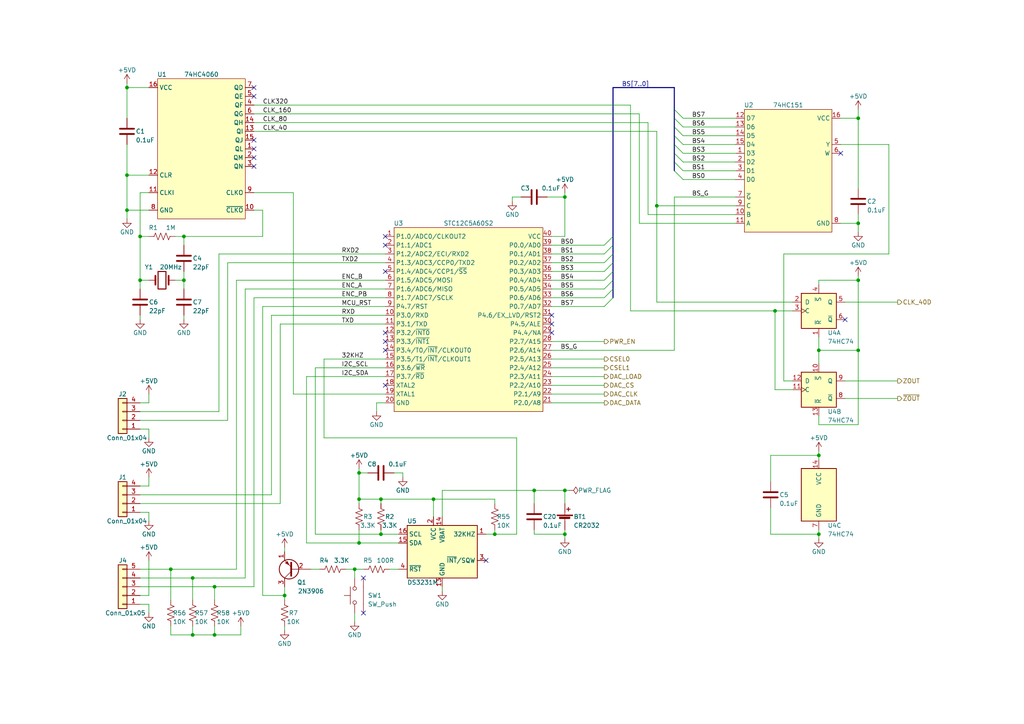
<source format=kicad_sch>
(kicad_sch (version 20231120) (generator "eeschema") (generator_version "8.0")
  (paper "A4")
  (title_block (title "MCU") (date "2022-07-29") (rev "1.0"))
  (lib_symbols
    (symbol "74xx:74HC74" (pin_names (offset 1.016))
      (property "Reference" "U" (at -7.62 8.89 0))
      (property "Value" "74HC74" (at -7.62 -8.89 0))
      (symbol "74HC74_1_0"
        (pin input line (at 0 -7.62 90) (length 2.54) (name "~{R}") (number "1"))
        (pin input line (at -7.62 2.54 0) (length 2.54) (name "D") (number "2"))
        (pin input clock (at -7.62 0 0) (length 2.54) (name "C") (number "3"))
        (pin input line (at 0 7.62 270) (length 2.54) (name "~{S}") (number "4"))
        (pin output line (at 7.62 2.54 180) (length 2.54) (name "Q") (number "5"))
        (pin output line (at 7.62 -2.54 180) (length 2.54) (name "~{Q}") (number "6"))
      )
      (symbol "74HC74_1_1"
        (rectangle (start -5.08 5.08) (end 5.08 -5.08) (stroke (width 0.254)) (fill (type background)))
      )
      (symbol "74HC74_2_0"
        (pin input line (at 0 7.62 270) (length 2.54) (name "~{S}") (number "10"))
        (pin input clock (at -7.62 0 0) (length 2.54) (name "C") (number "11"))
        (pin input line (at -7.62 2.54 0) (length 2.54) (name "D") (number "12"))
        (pin input line (at 0 -7.62 90) (length 2.54) (name "~{R}") (number "13"))
        (pin output line (at 7.62 -2.54 180) (length 2.54) (name "~{Q}") (number "8"))
        (pin output line (at 7.62 2.54 180) (length 2.54) (name "Q") (number "9"))
      )
      (symbol "74HC74_2_1"
        (rectangle (start -5.08 5.08) (end 5.08 -5.08) (stroke (width 0.254)) (fill (type background)))
      )
      (symbol "74HC74_3_0"
        (pin power_in line (at 0 10.16 270) (length 2.54) (name "VCC") (number "14"))
        (pin power_in line (at 0 -10.16 90) (length 2.54) (name "GND") (number "7"))
      )
      (symbol "74HC74_3_1"
        (rectangle (start -5.08 7.62) (end 5.08 -7.62) (stroke (width 0.254)) (fill (type background)))
      )
    )
    (symbol "Connector_Generic:Conn_01x04" (pin_names (offset 1.016) hide)
      (property "Reference" "J" (at 0 5.08 0))
      (property "Value" "Conn_01x04" (at 0 -7.62 0))
      (symbol "Conn_01x04_1_1"
        (rectangle (start -1.27 -4.953) (end 0 -5.207) (stroke (width 0.1524)))
        (rectangle (start -1.27 -2.413) (end 0 -2.667) (stroke (width 0.1524)))
        (rectangle (start -1.27 0.127) (end 0 -0.127) (stroke (width 0.1524)))
        (rectangle (start -1.27 2.667) (end 0 2.413) (stroke (width 0.1524)))
        (rectangle (start -1.27 3.81) (end 1.27 -6.35) (stroke (width 0.254)) (fill (type background)))
        (pin passive line (at -5.08 2.54 0) (length 3.81) (name "Pin_1") (number "1"))
        (pin passive line (at -5.08 0 0) (length 3.81) (name "Pin_2") (number "2"))
        (pin passive line (at -5.08 -2.54 0) (length 3.81) (name "Pin_3") (number "3"))
        (pin passive line (at -5.08 -5.08 0) (length 3.81) (name "Pin_4") (number "4"))
      )
    )
    (symbol "Connector_Generic:Conn_01x05" (pin_names (offset 1.016) hide)
      (property "Reference" "J" (at 0 7.62 0))
      (property "Value" "Conn_01x05" (at 0 -7.62 0))
      (symbol "Conn_01x05_1_1"
        (rectangle (start -1.27 -4.953) (end 0 -5.207) (stroke (width 0.1524)))
        (rectangle (start -1.27 -2.413) (end 0 -2.667) (stroke (width 0.1524)))
        (rectangle (start -1.27 0.127) (end 0 -0.127) (stroke (width 0.1524)))
        (rectangle (start -1.27 2.667) (end 0 2.413) (stroke (width 0.1524)))
        (rectangle (start -1.27 5.207) (end 0 4.953) (stroke (width 0.1524)))
        (rectangle (start -1.27 6.35) (end 1.27 -6.35) (stroke (width 0.254)) (fill (type background)))
        (pin passive line (at -5.08 5.08 0) (length 3.81) (name "Pin_1") (number "1"))
        (pin passive line (at -5.08 2.54 0) (length 3.81) (name "Pin_2") (number "2"))
        (pin passive line (at -5.08 0 0) (length 3.81) (name "Pin_3") (number "3"))
        (pin passive line (at -5.08 -2.54 0) (length 3.81) (name "Pin_4") (number "4"))
        (pin passive line (at -5.08 -5.08 0) (length 3.81) (name "Pin_5") (number "5"))
      )
    )
    (symbol "Device:Battery_Cell" (pin_numbers hide) (pin_names (offset 0) hide)
      (property "Reference" "BT" (at 2.54 2.54 0))
      (property "Value" "Battery_Cell" (at 2.54 0 0))
      (symbol "Battery_Cell_0_1"
        (rectangle (start -2.286 1.778) (end 2.286 1.524) (fill (type outline)))
        (rectangle (start -1.5748 1.1938) (end 1.4732 0.6858) (fill (type outline)))
        (polyline (pts (xy 0 0.762) (xy 0 0)))
        (polyline (pts (xy 0 1.778) (xy 0 2.54)))
        (polyline (pts (xy 0.508 3.429) (xy 1.524 3.429)) (stroke (width 0.254)))
        (polyline (pts (xy 1.016 3.937) (xy 1.016 2.921)) (stroke (width 0.254)))
      )
      (symbol "Battery_Cell_1_1"
        (pin passive line (at 0 5.08 270) (length 2.54) (name "+") (number "1"))
        (pin passive line (at 0 -2.54 90) (length 2.54) (name "-") (number "2"))
      )
    )
    (symbol "Device:C" (pin_numbers hide) (pin_names (offset 0.254))
      (property "Reference" "C" (at 0.635 2.54 0))
      (property "Value" "C" (at 0.635 -2.54 0))
      (symbol "C_0_1"
        (polyline (pts (xy -2.032 -0.762) (xy 2.032 -0.762)) (stroke (width 0.508)))
        (polyline (pts (xy -2.032 0.762) (xy 2.032 0.762)) (stroke (width 0.508)))
      )
      (symbol "C_1_1"
        (pin passive line (at 0 3.81 270) (length 2.794) (name "~") (number "1"))
        (pin passive line (at 0 -3.81 90) (length 2.794) (name "~") (number "2"))
      )
    )
    (symbol "Device:Crystal" (pin_numbers hide) (pin_names (offset 1.016) hide)
      (property "Reference" "Y" (at 0 3.81 0))
      (property "Value" "Crystal" (at 0 -3.81 0))
      (symbol "Crystal_0_1"
        (rectangle (start -1.143 2.54) (end 1.143 -2.54) (stroke (width 0.3048)))
        (polyline (pts (xy -2.54 0) (xy -1.905 0)))
        (polyline (pts (xy -1.905 -1.27) (xy -1.905 1.27)) (stroke (width 0.508)))
        (polyline (pts (xy 1.905 -1.27) (xy 1.905 1.27)) (stroke (width 0.508)))
        (polyline (pts (xy 2.54 0) (xy 1.905 0)))
      )
      (symbol "Crystal_1_1"
        (pin passive line (at -3.81 0 0) (length 1.27) (name "1") (number "1"))
        (pin passive line (at 3.81 0 180) (length 1.27) (name "2") (number "2"))
      )
    )
    (symbol "Device:R_US" (pin_numbers hide) (pin_names (offset 0))
      (property "Reference" "R" (at 2.54 0 90))
      (property "Value" "R_US" (at -2.54 0 90))
      (symbol "R_US_0_1"
        (polyline (pts (xy 0 -2.286) (xy 0 -2.54)))
        (polyline (pts (xy 0 2.286) (xy 0 2.54)))
        (polyline (pts (xy 0 -0.762) (xy 1.016 -1.143) (xy 0 -1.524) (xy -1.016 -1.905) (xy 0 -2.286)))
        (polyline (pts (xy 0 0.762) (xy 1.016 0.381) (xy 0 0) (xy -1.016 -0.381) (xy 0 -0.762)))
        (polyline (pts (xy 0 2.286) (xy 1.016 1.905) (xy 0 1.524) (xy -1.016 1.143) (xy 0 0.762)))
      )
      (symbol "R_US_1_1"
        (pin passive line (at 0 3.81 270) (length 1.27) (name "~") (number "1"))
        (pin passive line (at 0 -3.81 90) (length 1.27) (name "~") (number "2"))
      )
    )
    (symbol "Switch:SW_Push" (pin_numbers hide) (pin_names (offset 1.016) hide)
      (property "Reference" "SW1" (at -1.2701 1.27 90))
      (property "Value" "SW_Push" (at 1.2699 1.27 90))
      (symbol "SW_Push_0_1"
        (circle (center -2.032 0) (radius 0.508))
        (polyline (pts (xy -2.54 -2.54) (xy 2.54 -2.54)))
        (polyline (pts (xy 0 1.27) (xy 0 3.048)))
        (polyline (pts (xy 2.54 1.27) (xy -2.54 1.27)))
        (circle (center 2.032 0) (radius 0.508))
        (pin passive line (at -5.08 0 0) (length 2.54) (name "1") (number "1"))
        (pin passive line (at 5.08 0 180) (length 2.54) (name "2") (number "2"))
      )
      (symbol "SW_Push_1_1"
        (pin passive line (at -5.08 -2.54 0) (length 2.54) (name "3") (number "3"))
        (pin passive line (at 5.08 -2.54 180) (length 2.54) (name "4") (number "4"))
      )
    )
    (symbol "Timer_RTC:DS3231M"
      (property "Reference" "U" (at -7.62 8.89 0))
      (property "Value" "DS3231M" (at 10.16 8.89 0))
      (symbol "DS3231M_0_1"
        (rectangle (start -10.16 7.62) (end 10.16 -7.62) (stroke (width 0.254)) (fill (type background)))
      )
      (symbol "DS3231M_1_1"
        (pin open_collector line (at 12.7 5.08 180) (length 2.54) (name "32KHZ") (number "1"))
        (pin passive line (at 0 -10.16 90) (length 2.54) hide (name "GND") (number "10"))
        (pin passive line (at 0 -10.16 90) (length 2.54) hide (name "GND") (number "11"))
        (pin passive line (at 0 -10.16 90) (length 2.54) hide (name "GND") (number "12"))
        (pin power_in line (at 0 -10.16 90) (length 2.54) (name "GND") (number "13"))
        (pin power_in line (at 0 10.16 270) (length 2.54) (name "VBAT") (number "14"))
        (pin bidirectional line (at -12.7 2.54 0) (length 2.54) (name "SDA") (number "15"))
        (pin input line (at -12.7 5.08 0) (length 2.54) (name "SCL") (number "16"))
        (pin power_in line (at -2.54 10.16 270) (length 2.54) (name "VCC") (number "2"))
        (pin open_collector line (at 12.7 -2.54 180) (length 2.54) (name "~{INT}/SQW") (number "3"))
        (pin bidirectional line (at -12.7 -5.08 0) (length 2.54) (name "~{RST}") (number "4"))
        (pin passive line (at 0 -10.16 90) (length 2.54) hide (name "GND") (number "5"))
        (pin passive line (at 0 -10.16 90) (length 2.54) hide (name "GND") (number "6"))
        (pin passive line (at 0 -10.16 90) (length 2.54) hide (name "GND") (number "7"))
        (pin passive line (at 0 -10.16 90) (length 2.54) hide (name "GND") (number "8"))
        (pin passive line (at 0 -10.16 90) (length 2.54) hide (name "GND") (number "9"))
      )
    )
    (symbol "Transistor_BJT:2N3906" (pin_names (offset 0) hide)
      (property "Reference" "Q" (at 5.08 1.905 0))
      (property "Value" "2N3906" (at 5.08 0 0))
      (symbol "2N3906_0_1"
        (polyline (pts (xy 0.635 0.635) (xy 2.54 2.54)))
        (polyline (pts (xy 0.635 -0.635) (xy 2.54 -2.54) (xy 2.54 -2.54)))
        (polyline (pts (xy 0.635 1.905) (xy 0.635 -1.905) (xy 0.635 -1.905)) (stroke (width 0.508)))
        (polyline (pts (xy 2.286 -1.778) (xy 1.778 -2.286) (xy 1.27 -1.27) (xy 2.286 -1.778) (xy 2.286 -1.778)) (fill (type outline)))
        (circle (center 1.27 0) (radius 2.8194) (stroke (width 0.254)))
      )
      (symbol "2N3906_1_1"
        (pin passive line (at 2.54 -5.08 90) (length 2.54) (name "E") (number "1"))
        (pin input line (at -5.08 0 0) (length 5.715) (name "B") (number "2"))
        (pin passive line (at 2.54 5.08 270) (length 2.54) (name "C") (number "3"))
      )
    )
    (symbol "power:+5VD" (power) (pin_names (offset 0))
      (property "Value" "+5VD" (at 0 3.556 0))
      (symbol "+5VD_0_1"
        (polyline (pts (xy -0.762 1.27) (xy 0 2.54)))
        (polyline (pts (xy 0 0) (xy 0 2.54)))
        (polyline (pts (xy 0 2.54) (xy 0.762 1.27)))
      )
      (symbol "+5VD_1_1"
        (pin power_in line (at 0 0 90) (length 0) hide (name "+5VD") (number "1"))
      )
    )
    (symbol "power:GND" (power) (pin_names (offset 0))
      (property "Value" "GND" (at 0 -3.81 0))
      (symbol "GND_0_1"
        (polyline (pts (xy 0 0) (xy 0 -1.27) (xy 1.27 -1.27) (xy 0 -2.54) (xy -1.27 -1.27) (xy 0 -1.27)))
      )
      (symbol "GND_1_1"
        (pin power_in line (at 0 0 270) (length 0) hide (name "GND") (number "1"))
      )
    )
    (symbol "power:PWR_FLAG" (power) (pin_numbers hide) (pin_names (offset 0) hide)
      (property "Value" "PWR_FLAG" (at 0 3.81 0))
      (symbol "PWR_FLAG_0_0"
        (pin power_out line (at 0 0 90) (length 0) (name "pwr") (number "1"))
      )
      (symbol "PWR_FLAG_0_1"
        (polyline (pts (xy 0 0) (xy 0 1.27) (xy -1.016 1.905) (xy 0 2.54) (xy 1.016 1.905) (xy 0 1.27)))
      )
    )
    (symbol "sc_11:74HC151"
      (property "Reference" "U" (at -11.43 19.05 0))
      (property "Value" "74HC151" (at -7.62 -19.05 0))
      (symbol "74HC151_0_1"
        (rectangle (start -12.7 17.78) (end 12.7 -17.78) (fill (type background)))
      )
      (symbol "74HC151_1_1"
        (pin input line (at -15.24 5.08 0) (length 2.54) (name "D3") (number "1"))
        (pin input line (at -15.24 -12.7 0) (length 2.54) (name "B") (number "10"))
        (pin input line (at -15.24 -15.24 0) (length 2.54) (name "A") (number "11"))
        (pin input line (at -15.24 15.24 0) (length 2.54) (name "D7") (number "12"))
        (pin input line (at -15.24 12.7 0) (length 2.54) (name "D6") (number "13"))
        (pin input line (at -15.24 10.16 0) (length 2.54) (name "D5") (number "14"))
        (pin input line (at -15.24 7.62 0) (length 2.54) (name "D4") (number "15"))
        (pin power_in line (at 15.24 15.24 180) (length 2.54) (name "VCC") (number "16"))
        (pin input line (at -15.24 2.54 0) (length 2.54) (name "D2") (number "2"))
        (pin input line (at -15.24 0 0) (length 2.54) (name "D1") (number "3"))
        (pin input line (at -15.24 -2.54 0) (length 2.54) (name "D0") (number "4"))
        (pin output line (at 15.24 7.62 180) (length 2.54) (name "Y") (number "5"))
        (pin output line (at 15.24 5.08 180) (length 2.54) (name "W") (number "6"))
        (pin input line (at -15.24 -7.62 0) (length 2.54) (name "~{G}") (number "7"))
        (pin power_in line (at 15.24 -15.24 180) (length 2.54) (name "GND") (number "8"))
        (pin input line (at -15.24 -10.16 0) (length 2.54) (name "C") (number "9"))
      )
    )
    (symbol "sc_11:74HC4060"
      (property "Reference" "U" (at -11.43 21.59 0))
      (property "Value" "74HC4060" (at -7.62 -21.59 0))
      (symbol "74HC4060_0_1"
        (rectangle (start -12.7 20.32) (end 12.7 -20.32) (fill (type background)))
      )
      (symbol "74HC4060_1_1"
        (pin output line (at 15.24 0 180) (length 2.54) (name "QL") (number "1"))
        (pin output line (at 15.24 -17.78 180) (length 2.54) (name "~{CLKO}") (number "10"))
        (pin input line (at -15.24 -12.7 0) (length 2.54) (name "CLKI") (number "11"))
        (pin input line (at -15.24 -7.62 0) (length 2.54) (name "CLR") (number "12"))
        (pin output line (at 15.24 5.08 180) (length 2.54) (name "QI") (number "13"))
        (pin output line (at 15.24 7.62 180) (length 2.54) (name "QH") (number "14"))
        (pin output line (at 15.24 2.54 180) (length 2.54) (name "QJ") (number "15"))
        (pin power_in line (at -15.24 17.78 0) (length 2.54) (name "VCC") (number "16"))
        (pin output line (at 15.24 -2.54 180) (length 2.54) (name "QM") (number "2"))
        (pin output line (at 15.24 -5.08 180) (length 2.54) (name "QN") (number "3"))
        (pin output line (at 15.24 12.7 180) (length 2.54) (name "QF") (number "4"))
        (pin output line (at 15.24 15.24 180) (length 2.54) (name "QE") (number "5"))
        (pin output line (at 15.24 10.16 180) (length 2.54) (name "QG") (number "6"))
        (pin output line (at 15.24 17.78 180) (length 2.54) (name "QD") (number "7"))
        (pin power_in line (at -15.24 -17.78 0) (length 2.54) (name "GND") (number "8"))
        (pin output line (at 15.24 -12.7 180) (length 2.54) (name "CLKO") (number "9"))
      )
    )
    (symbol "sc_11:STC12C5A60S2"
      (property "Reference" "U" (at -20.32 27.94 0))
      (property "Value" "STC12C5A60S2" (at -13.97 -27.94 0))
      (symbol "STC12C5A60S2_0_1"
        (rectangle (start -21.59 26.67) (end -21.59 26.67))
        (rectangle (start -21.59 26.67) (end 21.59 -26.67) (fill (type background)))
      )
      (symbol "STC12C5A60S2_1_1"
        (pin bidirectional line (at -24.13 24.13 0) (length 2.54) (name "P1.0/ADC0/CLKOUT2") (number "1"))
        (pin bidirectional line (at -24.13 1.27 0) (length 2.54) (name "P3.0/RXD") (number "10"))
        (pin bidirectional line (at -24.13 -1.27 0) (length 2.54) (name "P3.1/TXD") (number "11"))
        (pin bidirectional line (at -24.13 -3.81 0) (length 2.54) (name "P3.2/~{INT0}") (number "12"))
        (pin bidirectional line (at -24.13 -6.35 0) (length 2.54) (name "P3.3/~{INT1}") (number "13"))
        (pin bidirectional line (at -24.13 -8.89 0) (length 2.54) (name "P3.4/T0/~{INT}/CLKOUT0") (number "14"))
        (pin bidirectional line (at -24.13 -11.43 0) (length 2.54) (name "P3.5/T1/~{INT}/CLKOUT1") (number "15"))
        (pin bidirectional line (at -24.13 -13.97 0) (length 2.54) (name "P3.6/~{WR}") (number "16"))
        (pin bidirectional line (at -24.13 -16.51 0) (length 2.54) (name "P3.7/~{RD}") (number "17"))
        (pin passive line (at -24.13 -19.05 0) (length 2.54) (name "XTAL2") (number "18"))
        (pin passive line (at -24.13 -21.59 0) (length 2.54) (name "XTAL1") (number "19"))
        (pin bidirectional line (at -24.13 21.59 0) (length 2.54) (name "P1.1/ADC1") (number "2"))
        (pin power_in line (at -24.13 -24.13 0) (length 2.54) (name "GND") (number "20"))
        (pin bidirectional line (at 24.13 -24.13 180) (length 2.54) (name "P2.0/A8") (number "21"))
        (pin bidirectional line (at 24.13 -21.59 180) (length 2.54) (name "P2.1/A9") (number "22"))
        (pin bidirectional line (at 24.13 -19.05 180) (length 2.54) (name "P2.2/A10") (number "23"))
        (pin bidirectional line (at 24.13 -16.51 180) (length 2.54) (name "P2.3/A11") (number "24"))
        (pin bidirectional line (at 24.13 -13.97 180) (length 2.54) (name "P2.4/A12") (number "25"))
        (pin bidirectional line (at 24.13 -11.43 180) (length 2.54) (name "P2.5/A13") (number "26"))
        (pin bidirectional line (at 24.13 -8.89 180) (length 2.54) (name "P2.6/A14") (number "27"))
        (pin bidirectional line (at 24.13 -6.35 180) (length 2.54) (name "P2.7/A15") (number "28"))
        (pin bidirectional line (at 24.13 -3.81 180) (length 2.54) (name "P4.4/NA") (number "29"))
        (pin bidirectional line (at -24.13 19.05 0) (length 2.54) (name "P1.2/ADC2/ECI/RXD2") (number "3"))
        (pin bidirectional line (at 24.13 -1.27 180) (length 2.54) (name "P4.5/ALE") (number "30"))
        (pin bidirectional line (at 24.13 1.27 180) (length 2.54) (name "P4.6/EX_LVD/RST2") (number "31"))
        (pin bidirectional line (at 24.13 3.81 180) (length 2.54) (name "P0.7/AD7") (number "32"))
        (pin bidirectional line (at 24.13 6.35 180) (length 2.54) (name "P0.6/AD6") (number "33"))
        (pin bidirectional line (at 24.13 8.89 180) (length 2.54) (name "P0.5/AD5") (number "34"))
        (pin bidirectional line (at 24.13 11.43 180) (length 2.54) (name "P0.4/AD4") (number "35"))
        (pin bidirectional line (at 24.13 13.97 180) (length 2.54) (name "P0.3/AD3") (number "36"))
        (pin bidirectional line (at 24.13 16.51 180) (length 2.54) (name "P0.2/AD2") (number "37"))
        (pin bidirectional line (at 24.13 19.05 180) (length 2.54) (name "P0.1/AD1") (number "38"))
        (pin bidirectional line (at 24.13 21.59 180) (length 2.54) (name "P0.0/AD0") (number "39"))
        (pin bidirectional line (at -24.13 16.51 0) (length 2.54) (name "P1.3/ADC3/CCP0/TXD2") (number "4"))
        (pin power_in line (at 24.13 24.13 180) (length 2.54) (name "VCC") (number "40"))
        (pin bidirectional line (at -24.13 13.97 0) (length 2.54) (name "P1.4/ADC4/CCP1/~{SS}") (number "5"))
        (pin bidirectional line (at -24.13 11.43 0) (length 2.54) (name "P1.5/ADC5/MOSI") (number "6"))
        (pin bidirectional line (at -24.13 8.89 0) (length 2.54) (name "P1.6/ADC6/MISO") (number "7"))
        (pin bidirectional line (at -24.13 6.35 0) (length 2.54) (name "P1.7/ADC7/SCLK") (number "8"))
        (pin bidirectional line (at -24.13 3.81 0) (length 2.54) (name "P4.7/RST") (number "9"))
      )
    )
  )
  (junction (at 62.23 184.15))
  (junction (at 40.64 68.58))
  (junction (at 53.34 81.28))
  (junction (at 248.92 81.28))
  (junction (at 104.14 157.48))
  (junction (at 248.92 34.29))
  (junction (at 36.83 60.96))
  (junction (at 248.92 64.77))
  (junction (at 143.51 154.94))
  (junction (at 237.49 101.6))
  (junction (at 190.5 59.69))
  (junction (at 110.49 154.94))
  (junction (at 237.49 154.94))
  (junction (at 125.73 144.78))
  (junction (at 163.83 142.24))
  (junction (at 163.83 57.15))
  (junction (at 248.92 101.6))
  (junction (at 40.64 81.28))
  (junction (at 53.34 68.58))
  (junction (at 55.88 184.15))
  (junction (at 82.55 172.72))
  (junction (at 104.14 144.78))
  (junction (at 55.88 167.64))
  (junction (at 49.53 165.1))
  (junction (at 104.14 137.16))
  (junction (at 237.49 132.08))
  (junction (at 36.83 50.8))
  (junction (at 154.94 142.24))
  (junction (at 62.23 170.18))
  (junction (at 110.49 144.78))
  (junction (at 102.87 165.1))
  (junction (at 163.83 154.94))
  (junction (at 224.79 90.17))
  (junction (at 36.83 25.4))
  (no_connect (at 111.76 68.58))
  (no_connect (at 111.76 78.74))
  (no_connect (at 111.76 71.12))
  (no_connect (at 73.66 25.4))
  (no_connect (at 73.66 27.94))
  (no_connect (at 73.66 40.64))
  (no_connect (at 73.66 43.18))
  (no_connect (at 73.66 48.26))
  (no_connect (at 73.66 45.72))
  (no_connect (at 105.41 167.64))
  (no_connect (at 105.41 177.8))
  (no_connect (at 111.76 111.76))
  (no_connect (at 160.02 91.44))
  (no_connect (at 160.02 96.52))
  (no_connect (at 160.02 93.98))
  (no_connect (at 140.97 162.56))
  (no_connect (at 243.84 44.45))
  (no_connect (at 245.11 92.71))
  (no_connect (at 111.76 101.6))
  (no_connect (at 111.76 96.52))
  (no_connect (at 111.76 99.06))
  (bus_entry (at 195.58 49.53) (size 2.54 2.54))
  (bus_entry (at 195.58 46.99) (size 2.54 2.54))
  (bus_entry (at 195.58 44.45) (size 2.54 2.54))
  (bus_entry (at 195.58 41.91) (size 2.54 2.54))
  (bus_entry (at 195.58 39.37) (size 2.54 2.54))
  (bus_entry (at 195.58 36.83) (size 2.54 2.54))
  (bus_entry (at 195.58 34.29) (size 2.54 2.54))
  (bus_entry (at 195.58 31.75) (size 2.54 2.54))
  (bus_entry (at 175.26 81.28) (size 2.54 -2.54))
  (bus_entry (at 175.26 78.74) (size 2.54 -2.54))
  (bus_entry (at 175.26 88.9) (size 2.54 -2.54))
  (bus_entry (at 175.26 86.36) (size 2.54 -2.54))
  (bus_entry (at 175.26 83.82) (size 2.54 -2.54))
  (bus_entry (at 175.26 76.2) (size 2.54 -2.54))
  (bus_entry (at 175.26 73.66) (size 2.54 -2.54))
  (bus_entry (at 175.26 71.12) (size 2.54 -2.54))
  (wire (pts (xy 160.02 78.74) (xy 175.26 78.74)))
  (wire (pts (xy 143.51 144.78) (xy 143.51 146.05)))
  (wire (pts (xy 104.14 157.48) (xy 88.9 157.48)))
  (wire (pts (xy 40.64 116.84) (xy 43.18 116.84)))
  (wire (pts (xy 158.75 57.15) (xy 163.83 57.15)))
  (wire (pts (xy 237.49 123.19) (xy 248.92 123.19)))
  (bus (pts (xy 195.58 36.83) (xy 195.58 39.37)))
  (wire (pts (xy 63.5 73.66) (xy 111.76 73.66)))
  (wire (pts (xy 104.14 157.48) (xy 104.14 153.67)))
  (wire (pts (xy 248.92 31.75) (xy 248.92 34.29)))
  (wire (pts (xy 62.23 170.18) (xy 62.23 173.99)))
  (wire (pts (xy 154.94 153.67) (xy 154.94 154.94)))
  (wire (pts (xy 149.86 154.94) (xy 149.86 127)))
  (wire (pts (xy 53.34 68.58) (xy 76.2 68.58)))
  (wire (pts (xy 110.49 144.78) (xy 125.73 144.78)))
  (wire (pts (xy 40.64 140.97) (xy 43.18 140.97)))
  (wire (pts (xy 40.64 81.28) (xy 43.18 81.28)))
  (wire (pts (xy 237.49 81.28) (xy 248.92 81.28)))
  (wire (pts (xy 113.03 165.1) (xy 115.57 165.1)))
  (wire (pts (xy 43.18 60.96) (xy 36.83 60.96)))
  (wire (pts (xy 73.66 60.96) (xy 76.2 60.96)))
  (wire (pts (xy 93.98 127) (xy 93.98 104.14)))
  (wire (pts (xy 110.49 154.94) (xy 91.44 154.94)))
  (wire (pts (xy 100.33 165.1) (xy 102.87 165.1)))
  (wire (pts (xy 140.97 154.94) (xy 143.51 154.94)))
  (wire (pts (xy 237.49 153.67) (xy 237.49 154.94)))
  (wire (pts (xy 73.66 30.48) (xy 182.88 30.48)))
  (wire (pts (xy 88.9 109.22) (xy 111.76 109.22)))
  (wire (pts (xy 248.92 64.77) (xy 248.92 67.31)))
  (wire (pts (xy 49.53 165.1) (xy 49.53 173.99)))
  (wire (pts (xy 190.5 87.63) (xy 190.5 59.69)))
  (wire (pts (xy 160.02 68.58) (xy 163.83 68.58)))
  (wire (pts (xy 160.02 116.84) (xy 175.26 116.84)))
  (wire (pts (xy 151.13 57.15) (xy 148.59 57.15)))
  (wire (pts (xy 229.87 90.17) (xy 224.79 90.17)))
  (wire (pts (xy 237.49 154.94) (xy 237.49 156.21)))
  (wire (pts (xy 227.33 73.66) (xy 227.33 110.49)))
  (wire (pts (xy 43.18 175.26) (xy 43.18 177.8)))
  (wire (pts (xy 198.12 52.07) (xy 213.36 52.07)))
  (wire (pts (xy 71.12 167.64) (xy 55.88 167.64)))
  (wire (pts (xy 43.18 25.4) (xy 36.83 25.4)))
  (wire (pts (xy 160.02 101.6) (xy 195.58 101.6)))
  (wire (pts (xy 36.83 50.8) (xy 36.83 60.96)))
  (wire (pts (xy 81.28 146.05) (xy 81.28 93.98)))
  (wire (pts (xy 237.49 130.81) (xy 237.49 132.08)))
  (wire (pts (xy 82.55 158.75) (xy 82.55 160.02)))
  (wire (pts (xy 154.94 142.24) (xy 154.94 146.05)))
  (wire (pts (xy 237.49 120.65) (xy 237.49 123.19)))
  (wire (pts (xy 160.02 73.66) (xy 175.26 73.66)))
  (wire (pts (xy 160.02 104.14) (xy 175.26 104.14)))
  (wire (pts (xy 160.02 86.36) (xy 175.26 86.36)))
  (wire (pts (xy 73.66 86.36) (xy 111.76 86.36)))
  (wire (pts (xy 66.04 76.2) (xy 111.76 76.2)))
  (wire (pts (xy 104.14 137.16) (xy 106.68 137.16)))
  (wire (pts (xy 190.5 59.69) (xy 213.36 59.69)))
  (wire (pts (xy 82.55 172.72) (xy 82.55 173.99)))
  (bus (pts (xy 177.8 78.74) (xy 177.8 81.28)))
  (wire (pts (xy 198.12 34.29) (xy 213.36 34.29)))
  (wire (pts (xy 128.27 170.18) (xy 128.27 171.45)))
  (wire (pts (xy 40.64 143.51) (xy 78.74 143.51)))
  (wire (pts (xy 43.18 116.84) (xy 43.18 114.3)))
  (wire (pts (xy 198.12 36.83) (xy 213.36 36.83)))
  (wire (pts (xy 93.98 127) (xy 149.86 127)))
  (bus (pts (xy 195.58 41.91) (xy 195.58 44.45)))
  (wire (pts (xy 55.88 167.64) (xy 55.88 173.99)))
  (wire (pts (xy 116.84 137.16) (xy 116.84 138.43)))
  (wire (pts (xy 71.12 83.82) (xy 111.76 83.82)))
  (wire (pts (xy 40.64 148.59) (xy 43.18 148.59)))
  (wire (pts (xy 40.64 146.05) (xy 81.28 146.05)))
  (wire (pts (xy 43.18 124.46) (xy 43.18 127)))
  (wire (pts (xy 40.64 124.46) (xy 43.18 124.46)))
  (wire (pts (xy 68.58 81.28) (xy 111.76 81.28)))
  (wire (pts (xy 43.18 162.56) (xy 43.18 172.72)))
  (bus (pts (xy 195.58 44.45) (xy 195.58 46.99)))
  (wire (pts (xy 104.14 137.16) (xy 104.14 144.78)))
  (wire (pts (xy 55.88 184.15) (xy 62.23 184.15)))
  (wire (pts (xy 237.49 97.79) (xy 237.49 101.6)))
  (wire (pts (xy 163.83 142.24) (xy 154.94 142.24)))
  (wire (pts (xy 40.64 170.18) (xy 62.23 170.18)))
  (wire (pts (xy 102.87 165.1) (xy 102.87 167.64)))
  (bus (pts (xy 195.58 25.4) (xy 195.58 31.75)))
  (wire (pts (xy 40.64 68.58) (xy 40.64 81.28)))
  (wire (pts (xy 185.42 64.77) (xy 213.36 64.77)))
  (wire (pts (xy 163.83 57.15) (xy 163.83 55.88)))
  (wire (pts (xy 90.17 165.1) (xy 92.71 165.1)))
  (wire (pts (xy 102.87 177.8) (xy 102.87 180.34)))
  (wire (pts (xy 257.81 41.91) (xy 257.81 73.66)))
  (wire (pts (xy 243.84 41.91) (xy 257.81 41.91)))
  (wire (pts (xy 109.22 116.84) (xy 109.22 119.38)))
  (wire (pts (xy 85.09 55.88) (xy 85.09 114.3)))
  (wire (pts (xy 36.83 41.91) (xy 36.83 50.8)))
  (wire (pts (xy 111.76 88.9) (xy 76.2 88.9)))
  (wire (pts (xy 104.14 144.78) (xy 110.49 144.78)))
  (wire (pts (xy 40.64 165.1) (xy 49.53 165.1)))
  (wire (pts (xy 160.02 106.68) (xy 175.26 106.68)))
  (wire (pts (xy 223.52 147.32) (xy 223.52 154.94)))
  (bus (pts (xy 195.58 25.4) (xy 177.8 25.4)))
  (wire (pts (xy 68.58 81.28) (xy 68.58 165.1)))
  (wire (pts (xy 229.87 87.63) (xy 190.5 87.63)))
  (wire (pts (xy 245.11 115.57) (xy 260.35 115.57)))
  (wire (pts (xy 76.2 88.9) (xy 76.2 172.72)))
  (wire (pts (xy 128.27 149.86) (xy 128.27 142.24)))
  (wire (pts (xy 36.83 25.4) (xy 36.83 34.29)))
  (bus (pts (xy 177.8 83.82) (xy 177.8 86.36)))
  (wire (pts (xy 62.23 184.15) (xy 69.85 184.15)))
  (wire (pts (xy 73.66 33.02) (xy 185.42 33.02)))
  (wire (pts (xy 53.34 91.44) (xy 53.34 92.71)))
  (wire (pts (xy 40.64 172.72) (xy 43.18 172.72)))
  (wire (pts (xy 104.14 146.05) (xy 104.14 144.78)))
  (wire (pts (xy 125.73 144.78) (xy 125.73 149.86)))
  (bus (pts (xy 177.8 76.2) (xy 177.8 78.74)))
  (wire (pts (xy 40.64 55.88) (xy 43.18 55.88)))
  (wire (pts (xy 71.12 83.82) (xy 71.12 167.64)))
  (bus (pts (xy 177.8 73.66) (xy 177.8 76.2)))
  (wire (pts (xy 160.02 83.82) (xy 175.26 83.82)))
  (wire (pts (xy 224.79 113.03) (xy 229.87 113.03)))
  (wire (pts (xy 187.96 35.56) (xy 187.96 62.23)))
  (wire (pts (xy 163.83 146.05) (xy 163.83 142.24)))
  (wire (pts (xy 128.27 142.24) (xy 154.94 142.24)))
  (wire (pts (xy 66.04 121.92) (xy 66.04 76.2)))
  (wire (pts (xy 93.98 104.14) (xy 111.76 104.14)))
  (wire (pts (xy 81.28 93.98) (xy 111.76 93.98)))
  (wire (pts (xy 40.64 83.82) (xy 40.64 81.28)))
  (wire (pts (xy 110.49 154.94) (xy 110.49 153.67)))
  (wire (pts (xy 53.34 78.74) (xy 53.34 81.28)))
  (wire (pts (xy 36.83 50.8) (xy 43.18 50.8)))
  (wire (pts (xy 198.12 49.53) (xy 213.36 49.53)))
  (wire (pts (xy 68.58 165.1) (xy 49.53 165.1)))
  (wire (pts (xy 82.55 181.61) (xy 82.55 182.88)))
  (wire (pts (xy 160.02 114.3) (xy 175.26 114.3)))
  (wire (pts (xy 36.83 24.13) (xy 36.83 25.4)))
  (wire (pts (xy 248.92 123.19) (xy 248.92 101.6)))
  (wire (pts (xy 143.51 144.78) (xy 125.73 144.78)))
  (wire (pts (xy 195.58 57.15) (xy 213.36 57.15)))
  (wire (pts (xy 63.5 73.66) (xy 63.5 119.38)))
  (wire (pts (xy 111.76 116.84) (xy 109.22 116.84)))
  (wire (pts (xy 148.59 57.15) (xy 148.59 58.42)))
  (wire (pts (xy 78.74 91.44) (xy 111.76 91.44)))
  (wire (pts (xy 73.66 35.56) (xy 187.96 35.56)))
  (wire (pts (xy 102.87 165.1) (xy 105.41 165.1)))
  (wire (pts (xy 62.23 181.61) (xy 62.23 184.15)))
  (wire (pts (xy 53.34 81.28) (xy 53.34 83.82)))
  (wire (pts (xy 43.18 68.58) (xy 40.64 68.58)))
  (wire (pts (xy 237.49 132.08) (xy 223.52 132.08)))
  (wire (pts (xy 63.5 119.38) (xy 40.64 119.38)))
  (wire (pts (xy 78.74 143.51) (xy 78.74 91.44)))
  (wire (pts (xy 160.02 76.2) (xy 175.26 76.2)))
  (wire (pts (xy 114.3 137.16) (xy 116.84 137.16)))
  (wire (pts (xy 245.11 110.49) (xy 260.35 110.49)))
  (wire (pts (xy 248.92 81.28) (xy 248.92 101.6)))
  (wire (pts (xy 237.49 132.08) (xy 237.49 133.35)))
  (wire (pts (xy 43.18 140.97) (xy 43.18 138.43)))
  (bus (pts (xy 177.8 71.12) (xy 177.8 73.66)))
  (wire (pts (xy 160.02 111.76) (xy 175.26 111.76)))
  (wire (pts (xy 40.64 121.92) (xy 66.04 121.92)))
  (wire (pts (xy 248.92 54.61) (xy 248.92 34.29)))
  (wire (pts (xy 91.44 106.68) (xy 91.44 154.94)))
  (wire (pts (xy 182.88 90.17) (xy 224.79 90.17)))
  (wire (pts (xy 76.2 172.72) (xy 82.55 172.72)))
  (wire (pts (xy 163.83 68.58) (xy 163.83 57.15)))
  (wire (pts (xy 160.02 109.22) (xy 175.26 109.22)))
  (wire (pts (xy 143.51 154.94) (xy 149.86 154.94)))
  (wire (pts (xy 36.83 60.96) (xy 36.83 63.5)))
  (wire (pts (xy 198.12 39.37) (xy 213.36 39.37)))
  (bus (pts (xy 195.58 31.75) (xy 195.58 34.29)))
  (wire (pts (xy 69.85 181.61) (xy 69.85 184.15)))
  (wire (pts (xy 73.66 86.36) (xy 73.66 170.18)))
  (wire (pts (xy 224.79 90.17) (xy 224.79 113.03)))
  (wire (pts (xy 160.02 71.12) (xy 175.26 71.12)))
  (wire (pts (xy 73.66 55.88) (xy 85.09 55.88)))
  (wire (pts (xy 245.11 87.63) (xy 260.35 87.63)))
  (wire (pts (xy 257.81 73.66) (xy 227.33 73.66)))
  (wire (pts (xy 248.92 62.23) (xy 248.92 64.77)))
  (wire (pts (xy 40.64 175.26) (xy 43.18 175.26)))
  (wire (pts (xy 182.88 30.48) (xy 182.88 90.17)))
  (wire (pts (xy 82.55 170.18) (xy 82.55 172.72)))
  (wire (pts (xy 110.49 154.94) (xy 115.57 154.94)))
  (bus (pts (xy 195.58 46.99) (xy 195.58 49.53)))
  (wire (pts (xy 163.83 154.94) (xy 163.83 156.21)))
  (wire (pts (xy 53.34 71.12) (xy 53.34 68.58)))
  (wire (pts (xy 198.12 44.45) (xy 213.36 44.45)))
  (wire (pts (xy 195.58 57.15) (xy 195.58 101.6)))
  (wire (pts (xy 185.42 33.02) (xy 185.42 64.77)))
  (wire (pts (xy 154.94 154.94) (xy 163.83 154.94)))
  (wire (pts (xy 91.44 106.68) (xy 111.76 106.68)))
  (wire (pts (xy 243.84 64.77) (xy 248.92 64.77)))
  (wire (pts (xy 143.51 154.94) (xy 143.51 153.67)))
  (wire (pts (xy 163.83 142.24) (xy 165.1 142.24)))
  (wire (pts (xy 88.9 157.48) (xy 88.9 109.22)))
  (bus (pts (xy 177.8 68.58) (xy 177.8 71.12)))
  (wire (pts (xy 40.64 167.64) (xy 55.88 167.64)))
  (wire (pts (xy 187.96 62.23) (xy 213.36 62.23)))
  (wire (pts (xy 163.83 153.67) (xy 163.83 154.94)))
  (wire (pts (xy 248.92 80.01) (xy 248.92 81.28)))
  (wire (pts (xy 160.02 81.28) (xy 175.26 81.28)))
  (wire (pts (xy 223.52 154.94) (xy 237.49 154.94)))
  (wire (pts (xy 50.8 81.28) (xy 53.34 81.28)))
  (wire (pts (xy 237.49 101.6) (xy 237.49 105.41)))
  (wire (pts (xy 237.49 101.6) (xy 248.92 101.6)))
  (wire (pts (xy 43.18 148.59) (xy 43.18 151.13)))
  (wire (pts (xy 160.02 99.06) (xy 175.26 99.06)))
  (wire (pts (xy 85.09 114.3) (xy 111.76 114.3)))
  (wire (pts (xy 223.52 132.08) (xy 223.52 139.7)))
  (wire (pts (xy 53.34 68.58) (xy 50.8 68.58)))
  (wire (pts (xy 40.64 68.58) (xy 40.64 55.88)))
  (wire (pts (xy 198.12 41.91) (xy 213.36 41.91)))
  (bus (pts (xy 195.58 34.29) (xy 195.58 36.83)))
  (wire (pts (xy 40.64 91.44) (xy 40.64 92.71)))
  (wire (pts (xy 243.84 34.29) (xy 248.92 34.29)))
  (wire (pts (xy 160.02 88.9) (xy 175.26 88.9)))
  (wire (pts (xy 55.88 181.61) (xy 55.88 184.15)))
  (wire (pts (xy 49.53 184.15) (xy 55.88 184.15)))
  (bus (pts (xy 177.8 81.28) (xy 177.8 83.82)))
  (wire (pts (xy 190.5 38.1) (xy 190.5 59.69)))
  (wire (pts (xy 110.49 144.78) (xy 110.49 146.05)))
  (wire (pts (xy 227.33 110.49) (xy 229.87 110.49)))
  (bus (pts (xy 195.58 39.37) (xy 195.58 41.91)))
  (wire (pts (xy 49.53 181.61) (xy 49.53 184.15)))
  (wire (pts (xy 73.66 38.1) (xy 190.5 38.1)))
  (wire (pts (xy 237.49 81.28) (xy 237.49 82.55)))
  (wire (pts (xy 198.12 46.99) (xy 213.36 46.99)))
  (wire (pts (xy 73.66 170.18) (xy 62.23 170.18)))
  (wire (pts (xy 104.14 135.89) (xy 104.14 137.16)))
  (bus (pts (xy 177.8 25.4) (xy 177.8 68.58)))
  (wire (pts (xy 76.2 68.58) (xy 76.2 60.96)))
  (wire (pts (xy 115.57 157.48) (xy 104.14 157.48)))
  (label "BS5" (at 200.66 39.37 0))
  (label "BS2" (at 162.56 76.2 0))
  (label "BS7" (at 200.66 34.29 0))
  (label "CLK_80" (at 76.2 35.56 0))
  (label "BS4" (at 162.56 81.28 0))
  (label "BS6" (at 162.56 86.36 0))
  (label "CLK_40" (at 76.2 38.1 0))
  (label "MCU_RST" (at 99.06 88.9 0))
  (label "BS3" (at 162.56 78.74 0))
  (label "RXD2" (at 99.06 73.66 0))
  (label "I2C_SCL" (at 99.06 106.68 0))
  (label "BS3" (at 200.66 44.45 0))
  (label "BS_G" (at 162.56 101.6 0))
  (label "BS7" (at 162.56 88.9 0))
  (label "BS6" (at 200.66 36.83 0))
  (label "TXD" (at 99.06 93.98 0))
  (label "TXD2" (at 99.06 76.2 0))
  (label "BS_G" (at 200.66 57.15 0))
  (label "BS5" (at 162.56 83.82 0))
  (label "BS[7..0]" (at 180.34 25.4 0))
  (label "BS4" (at 200.66 41.91 0))
  (label "BS2" (at 200.66 46.99 0))
  (label "32KHZ" (at 99.06 104.14 0))
  (label "RXD" (at 99.06 91.44 0))
  (label "BS1" (at 200.66 49.53 0))
  (label "BS1" (at 162.56 73.66 0))
  (label "CLK_160" (at 76.2 33.02 0))
  (label "I2C_SDA" (at 99.06 109.22 0))
  (label "BS0" (at 162.56 71.12 0))
  (label "ENC_A" (at 99.06 83.82 0))
  (label "BS0" (at 200.66 52.07 0))
  (label "ENC_B" (at 99.06 81.28 0))
  (label "CLK320" (at 76.2 30.48 0))
  (label "ENC_PB" (at 99.06 86.36 0))
  (hierarchical_label "DAC_DATA" (shape output) (at 175.26 116.84 0))
  (hierarchical_label "PWR_EN" (shape output) (at 175.26 99.06 0))
  (hierarchical_label "DAC_CLK" (shape output) (at 175.26 114.3 0))
  (hierarchical_label "CSEL0" (shape output) (at 175.26 104.14 0))
  (hierarchical_label "CSEL1" (shape output) (at 175.26 106.68 0))
  (hierarchical_label "DAC_CS" (shape output) (at 175.26 111.76 0))
  (hierarchical_label "CLK_40D" (shape output) (at 260.35 87.63 0))
  (hierarchical_label "~{ZOUT}" (shape output) (at 260.35 115.57 0))
  (hierarchical_label "DAC_LOAD" (shape output) (at 175.26 109.22 0))
  (hierarchical_label "ZOUT" (shape output) (at 260.35 110.49 0))
  (symbol (lib_id "power:+5VD") (at 82.55 158.75 0) (unit 1)
    (property "Reference" "#PWR020" (effects (hide yes)))
    (property "Value" "+5VD" (at 82.55 154.94 0))
  )
  (symbol (lib_id "Device:R_US") (at 110.49 149.86 180) (unit 1)
    (property "Reference" "R2" (at 113.03 149.86 0))
    (property "Value" "3.3K" (at 113.03 152.4 0))
    (property "Footprint" "sc_11:RES-H10_16-D2_5L7_5" (effects (hide yes)))
  )
  (symbol (lib_id "Device:Battery_Cell") (at 163.83 151.13 0) (unit 1)
    (property "Reference" "BT1" (at 166.37 149.86 0) (effects (justify left)))
    (property "Value" "CR2032" (at 166.37 152.4 0) (effects (justify left)))
    (property "Footprint" "sc_11:BAT2-CR2032" (effects (hide yes)))
  )
  (symbol (lib_id "Transistor_BJT:2N3906") (at 85.09 165.1 180) (unit 1)
    (property "Reference" "Q1" (at 88.9 168.91 0) (effects (justify left)))
    (property "Value" "2N3906" (at 93.98 171.45 0) (effects (justify left)))
    (property "Footprint" "Package_TO_SOT_THT:TO-92_Inline" (effects (hide yes)))
    (property "Datasheet" "https://www.onsemi.com/pub/Collateral/2N3906-D.PDF" (effects (hide yes)))
  )
  (symbol (lib_id "power:+5VD") (at 43.18 114.3 0) (unit 1)
    (property "Reference" "#PWR010" (effects (hide yes)))
    (property "Value" "+5VD" (at 43.18 110.49 0))
  )
  (symbol (lib_id "power:+5VD") (at 248.92 31.75 0) (unit 1)
    (property "Reference" "#PWR02" (effects (hide yes)))
    (property "Value" "+5VD" (at 248.92 27.94 0))
  )
  (symbol (lib_id "power:+5VD") (at 43.18 138.43 0) (unit 1)
    (property "Reference" "#PWR015" (effects (hide yes)))
    (property "Value" "+5VD" (at 43.18 134.62 0))
  )
  (symbol (lib_id "Connector_Generic:Conn_01x04") (at 35.56 146.05 180) (unit 1)
    (property "Reference" "J1" (at 35.56 138.43 0))
    (property "Value" "Conn_01x04" (at 36.83 151.13 0))
    (property "Footprint" "Connector_PinHeader_2.54mm:PinHeader_1x04_P2.54mm_Vertical" (effects (hide yes)))
  )
  (symbol (lib_id "power:GND") (at 163.83 156.21 0) (unit 1)
    (property "Reference" "#PWR018" (effects (hide yes)))
    (property "Value" "GND" (at 163.83 160.02 0))
  )
  (symbol (lib_id "power:+5VD") (at 43.18 162.56 0) (unit 1)
    (property "Reference" "#PWR021" (effects (hide yes)))
    (property "Value" "+5VD" (at 43.18 158.75 0))
  )
  (symbol (lib_id "Timer_RTC:DS3231M") (at 128.27 160.02 0) (unit 1)
    (property "Reference" "U5" (at 118.11 151.13 0) (effects (justify left)))
    (property "Value" "DS3231M" (at 118.11 168.91 0) (effects (justify left)))
    (property "Footprint" "Package_SO:SOIC-16W_7.5x10.3mm_P1.27mm" (effects (hide yes)))
    (property "Datasheet" "http://datasheets.maximintegrated.com/en/ds/DS3231.pdf" (effects (hide yes)))
  )
  (symbol (lib_id "Device:C") (at 248.92 58.42 0) (unit 1)
    (property "Reference" "C2" (at 251.46 58.42 0) (effects (justify left)))
    (property "Value" "0.1uF" (at 251.46 60.96 0) (effects (justify left)))
    (property "Footprint" "sc_11:C_Rect_L5.5mm_W4.0mm_P5.00mm" (effects (hide yes)))
  )
  (symbol (lib_id "power:GND") (at 128.27 171.45 0) (unit 1)
    (property "Reference" "#PWR022" (effects (hide yes)))
    (property "Value" "GND" (at 128.27 175.26 0))
  )
  (symbol (lib_id "power:GND") (at 43.18 127 0) (unit 1)
    (property "Reference" "#PWR012" (effects (hide yes)))
    (property "Value" "GND" (at 43.18 130.81 0))
  )
  (symbol (lib_id "Device:C") (at 40.64 87.63 0) (unit 1)
    (property "Reference" "C6" (at 43.18 87.63 0) (effects (justify left)))
    (property "Value" "22pF" (at 43.18 90.17 0) (effects (justify left)))
    (property "Footprint" "sc_11:C_Rect_L5.5mm_W4.0mm_P5.00mm" (effects (hide yes)))
  )
  (symbol (lib_id "power:GND") (at 53.34 92.71 0) (unit 1)
    (property "Reference" "#PWR09" (effects (hide yes)))
    (property "Value" "GND" (at 53.34 96.52 0))
  )
  (symbol (lib_id "sc_11:STC12C5A60S2") (at 135.89 92.71 0) (unit 1)
    (property "Reference" "U3" (at 115.57 64.77 0))
    (property "Value" "STC12C5A60S2" (at 135.89 64.77 0))
    (property "Footprint" "Package_DIP:DIP-40_W15.24mm_Socket" (effects (hide yes)))
  )
  (symbol (lib_id "Device:C") (at 53.34 87.63 0) (unit 1)
    (property "Reference" "C7" (at 55.88 87.63 0) (effects (justify left)))
    (property "Value" "22pF" (at 55.88 90.17 0) (effects (justify left)))
    (property "Footprint" "sc_11:C_Rect_L5.5mm_W4.0mm_P5.00mm" (effects (hide yes)))
  )
  (symbol (lib_id "Device:R_US") (at 49.53 177.8 180) (unit 1)
    (property "Reference" "R56" (at 52.07 177.8 0))
    (property "Value" "10K" (at 52.07 180.34 0))
    (property "Footprint" "sc_11:RES-H10_16-D2_5L7_5" (effects (hide yes)))
  )
  (symbol (lib_id "Device:R_US") (at 46.99 68.58 90) (unit 1)
    (property "Reference" "R1" (at 44.45 66.04 90))
    (property "Value" "1M" (at 49.53 66.04 90))
    (property "Footprint" "sc_11:RES-H10_16-D2_5L7_5" (effects (hide yes)))
  )
  (symbol (lib_id "Connector_Generic:Conn_01x05") (at 35.56 170.18 180) (unit 1)
    (property "Reference" "J4" (at 36.83 162.56 0) (effects (justify left)))
    (property "Value" "Conn_01x05" (at 30.48 177.8 0) (effects (justify right)))
    (property "Footprint" "Connector_PinHeader_2.54mm:PinHeader_1x05_P2.54mm_Vertical" (effects (hide yes)))
  )
  (symbol (lib_id "power:GND") (at 36.83 63.5 0) (unit 1)
    (property "Reference" "#PWR05" (effects (hide yes)))
    (property "Value" "GND" (at 36.83 67.31 0))
  )
  (symbol (lib_id "sc_11:74HC4060") (at 58.42 43.18 0) (unit 1)
    (property "Reference" "U1" (at 46.99 21.59 0))
    (property "Value" "74HC4060" (at 58.42 21.59 0))
    (property "Footprint" "Package_DIP:DIP-16_W7.62mm_Socket" (effects (hide yes)))
  )
  (symbol (lib_id "Device:R_US") (at 62.23 177.8 180) (unit 1)
    (property "Reference" "R58" (at 64.77 177.8 0))
    (property "Value" "10K" (at 64.77 180.34 0))
    (property "Footprint" "sc_11:RES-H10_16-D2_5L7_5" (effects (hide yes)))
  )
  (symbol (lib_id "74xx:74HC74") (at 237.49 143.51 0) (unit 3)
    (property "Reference" "U4" (at 240.03 152.4 0) (effects (justify left)))
    (property "Value" "74HC74" (at 240.03 154.94 0) (effects (justify left)))
    (property "Footprint" "Package_DIP:DIP-14_W7.62mm_Socket" (effects (hide yes)))
    (property "Datasheet" "74xx/74hc_hct74.pdf" (effects (hide yes)))
  )
  (symbol (lib_id "power:+5VD") (at 36.83 24.13 0) (unit 1)
    (property "Reference" "#PWR01" (effects (hide yes)))
    (property "Value" "+5VD" (at 36.83 20.32 0))
  )
  (symbol (lib_id "power:GND") (at 82.55 182.88 0) (unit 1)
    (property "Reference" "#PWR026" (effects (hide yes)))
    (property "Value" "GND" (at 82.55 186.69 0))
  )
  (symbol (lib_id "power:+5VD") (at 104.14 135.89 0) (unit 1)
    (property "Reference" "#PWR014" (effects (hide yes)))
    (property "Value" "+5VD" (at 104.14 132.08 0))
  )
  (symbol (lib_id "power:GND") (at 102.87 180.34 0) (unit 1)
    (property "Reference" "#PWR024" (effects (hide yes)))
    (property "Value" "GND" (at 102.87 184.15 0))
  )
  (symbol (lib_id "Device:R_US") (at 143.51 149.86 180) (unit 1)
    (property "Reference" "R55" (at 146.05 149.86 0))
    (property "Value" "10K" (at 146.05 152.4 0))
    (property "Footprint" "sc_11:RES-H10_16-D2_5L7_5" (effects (hide yes)))
  )
  (symbol (lib_id "Device:C") (at 223.52 143.51 0) (unit 1)
    (property "Reference" "C5" (at 226.06 143.51 0) (effects (justify left)))
    (property "Value" "0.1uF" (at 226.06 146.05 0) (effects (justify left)))
    (property "Footprint" "sc_11:C_Rect_L5.5mm_W4.0mm_P5.00mm" (effects (hide yes)))
  )
  (symbol (lib_id "power:PWR_FLAG") (at 165.1 142.24 270) (mirror x) (unit 1)
    (property "Reference" "#FLG01" (effects (hide yes)))
    (property "Value" "PWR_FLAG" (at 167.64 142.24 90) (effects (justify left)))
  )
  (symbol (lib_id "power:GND") (at 109.22 119.38 0) (unit 1)
    (property "Reference" "#PWR011" (effects (hide yes)))
    (property "Value" "GND" (at 109.22 123.19 0))
  )
  (symbol (lib_id "power:+5VD") (at 237.49 130.81 0) (unit 1)
    (property "Reference" "#PWR013" (effects (hide yes)))
    (property "Value" "+5VD" (at 237.49 127 0))
  )
  (symbol (lib_id "74xx:74HC74") (at 237.49 113.03 0) (unit 2)
    (property "Reference" "U4" (at 240.03 119.38 0) (effects (justify left)))
    (property "Value" "74HC74" (at 240.03 121.92 0) (effects (justify left)))
    (property "Footprint" "Package_DIP:DIP-14_W7.62mm_Socket" (effects (hide yes)))
    (property "Datasheet" "74xx/74hc_hct74.pdf" (effects (hide yes)))
  )
  (symbol (lib_id "power:GND") (at 40.64 92.71 0) (unit 1)
    (property "Reference" "#PWR08" (effects (hide yes)))
    (property "Value" "GND" (at 40.64 96.52 0))
  )
  (symbol (lib_id "Device:Crystal") (at 46.99 81.28 0) (unit 1)
    (property "Reference" "Y1" (at 43.18 77.47 0))
    (property "Value" "20MHz" (at 49.53 77.47 0))
    (property "Footprint" "Crystal:Crystal_HC49-U_Vertical" (effects (hide yes)))
  )
  (symbol (lib_id "Device:C") (at 110.49 137.16 90) (unit 1)
    (property "Reference" "C8" (at 109.22 134.62 90) (effects (justify left)))
    (property "Value" "0.1uF" (at 118.11 134.62 90) (effects (justify left)))
    (property "Footprint" "sc_11:C_Rect_L5.5mm_W4.0mm_P5.00mm" (effects (hide yes)))
  )
  (symbol (lib_id "power:+5VD") (at 69.85 181.61 0) (unit 1)
    (property "Reference" "#PWR025" (effects (hide yes)))
    (property "Value" "+5VD" (at 69.85 177.8 0))
  )
  (symbol (lib_id "Device:R_US") (at 109.22 165.1 90) (unit 1)
    (property "Reference" "R5" (at 106.68 162.56 90))
    (property "Value" "100R" (at 111.76 162.56 90))
    (property "Footprint" "sc_11:RES-H10_16-D2_5L7_5" (effects (hide yes)))
  )
  (symbol (lib_id "Device:R_US") (at 82.55 177.8 180) (unit 1)
    (property "Reference" "R7" (at 85.09 177.8 0))
    (property "Value" "10K" (at 85.09 180.34 0))
    (property "Footprint" "sc_11:RES-H10_16-D2_5L7_5" (effects (hide yes)))
  )
  (symbol (lib_id "power:GND") (at 43.18 151.13 0) (unit 1)
    (property "Reference" "#PWR017" (effects (hide yes)))
    (property "Value" "GND" (at 43.18 154.94 0))
  )
  (symbol (lib_id "power:+5VD") (at 248.92 80.01 0) (unit 1)
    (property "Reference" "#PWR07" (effects (hide yes)))
    (property "Value" "+5VD" (at 248.92 76.2 0))
  )
  (symbol (lib_id "Connector_Generic:Conn_01x04") (at 35.56 121.92 180) (unit 1)
    (property "Reference" "J2" (at 35.56 114.3 0))
    (property "Value" "Conn_01x04" (at 36.83 127 0))
    (property "Footprint" "Connector_PinHeader_2.54mm:PinHeader_1x04_P2.54mm_Vertical" (effects (hide yes)))
  )
  (symbol (lib_id "power:+5VD") (at 163.83 55.88 0) (unit 1)
    (property "Reference" "#PWR03" (effects (hide yes)))
    (property "Value" "+5VD" (at 163.83 52.07 0))
  )
  (symbol (lib_id "Device:C") (at 53.34 74.93 0) (unit 1)
    (property "Reference" "C4" (at 55.88 74.93 0) (effects (justify left)))
    (property "Value" "22pF" (at 55.88 77.47 0) (effects (justify left)))
    (property "Footprint" "sc_11:C_Rect_L5.5mm_W4.0mm_P5.00mm" (effects (hide yes)))
  )
  (symbol (lib_id "power:GND") (at 43.18 177.8 0) (unit 1)
    (property "Reference" "#PWR023" (effects (hide yes)))
    (property "Value" "GND" (at 43.18 181.61 0))
  )
  (symbol (lib_id "power:GND") (at 248.92 67.31 0) (unit 1)
    (property "Reference" "#PWR06" (effects (hide yes)))
    (property "Value" "GND" (at 248.92 71.12 0))
  )
  (symbol (lib_id "power:GND") (at 148.59 58.42 0) (unit 1)
    (property "Reference" "#PWR04" (effects (hide yes)))
    (property "Value" "GND" (at 148.59 62.23 0))
  )
  (symbol (lib_id "Device:C") (at 154.94 57.15 90) (unit 1)
    (property "Reference" "C3" (at 153.67 54.61 90) (effects (justify left)))
    (property "Value" "0.1uF" (at 162.56 54.61 90) (effects (justify left)))
    (property "Footprint" "sc_11:C_Rect_L5.5mm_W4.0mm_P5.00mm" (effects (hide yes)))
  )
  (symbol (lib_id "Device:R_US") (at 96.52 165.1 90) (unit 1)
    (property "Reference" "R4" (at 93.98 162.56 90))
    (property "Value" "3.3K" (at 99.06 162.56 90))
    (property "Footprint" "sc_11:RES-H10_16-D2_5L7_5" (effects (hide yes)))
  )
  (symbol (lib_id "Device:C") (at 36.83 38.1 0) (unit 1)
    (property "Reference" "C1" (at 39.37 38.1 0) (effects (justify left)))
    (property "Value" "0.1uF" (at 39.37 40.64 0) (effects (justify left)))
    (property "Footprint" "sc_11:C_Rect_L5.5mm_W4.0mm_P5.00mm" (effects (hide yes)))
  )
  (symbol (lib_id "sc_11:74HC151") (at 228.6 49.53 0) (unit 1)
    (property "Reference" "U2" (at 217.17 30.48 0))
    (property "Value" "74HC151" (at 228.6 30.48 0))
    (property "Footprint" "Package_DIP:DIP-16_W7.62mm_Socket" (effects (hide yes)))
  )
  (symbol (lib_id "74xx:74HC74") (at 237.49 90.17 0) (unit 1)
    (property "Reference" "U4" (at 240.03 96.52 0) (effects (justify left)))
    (property "Value" "74HC74" (at 240.03 99.06 0) (effects (justify left)))
    (property "Footprint" "Package_DIP:DIP-14_W7.62mm_Socket" (effects (hide yes)))
    (property "Datasheet" "74xx/74hc_hct74.pdf" (effects (hide yes)))
  )
  (symbol (lib_id "power:GND") (at 116.84 138.43 0) (unit 1)
    (property "Reference" "#PWR016" (effects (hide yes)))
    (property "Value" "GND" (at 116.84 142.24 0))
  )
  (symbol (lib_id "Device:C") (at 154.94 149.86 0) (unit 1)
    (property "Reference" "C20" (at 157.48 149.86 0) (effects (justify left)))
    (property "Value" "0.1uF" (at 157.48 152.4 0) (effects (justify left)))
    (property "Footprint" "sc_11:C_Rect_L5.5mm_W4.0mm_P5.00mm" (effects (hide yes)))
  )
  (symbol (lib_id "power:GND") (at 237.49 156.21 0) (unit 1)
    (property "Reference" "#PWR019" (effects (hide yes)))
    (property "Value" "GND" (at 237.49 160.02 0))
  )
  (symbol (lib_id "Device:R_US") (at 55.88 177.8 180) (unit 1)
    (property "Reference" "R57" (at 58.42 177.8 0))
    (property "Value" "10K" (at 58.42 180.34 0))
    (property "Footprint" "sc_11:RES-H10_16-D2_5L7_5" (effects (hide yes)))
  )
  (symbol (lib_id "Device:R_US") (at 104.14 149.86 180) (unit 1)
    (property "Reference" "R3" (at 106.68 149.86 0))
    (property "Value" "3.3K" (at 106.68 152.4 0))
    (property "Footprint" "sc_11:RES-H10_16-D2_5L7_5" (effects (hide yes)))
  )
  (symbol (lib_id "Switch:SW_Push") (at 102.87 172.72 90) (unit 1)
    (property "Reference" "SW1" (at 106.68 172.72 90) (effects (justify right)))
    (property "Value" "SW_Push" (at 106.68 175.26 90) (effects (justify right)))
    (property "Footprint" "sc_11:SW-TC2-SG-5_85" (effects (hide yes)))
  )
)
</source>
